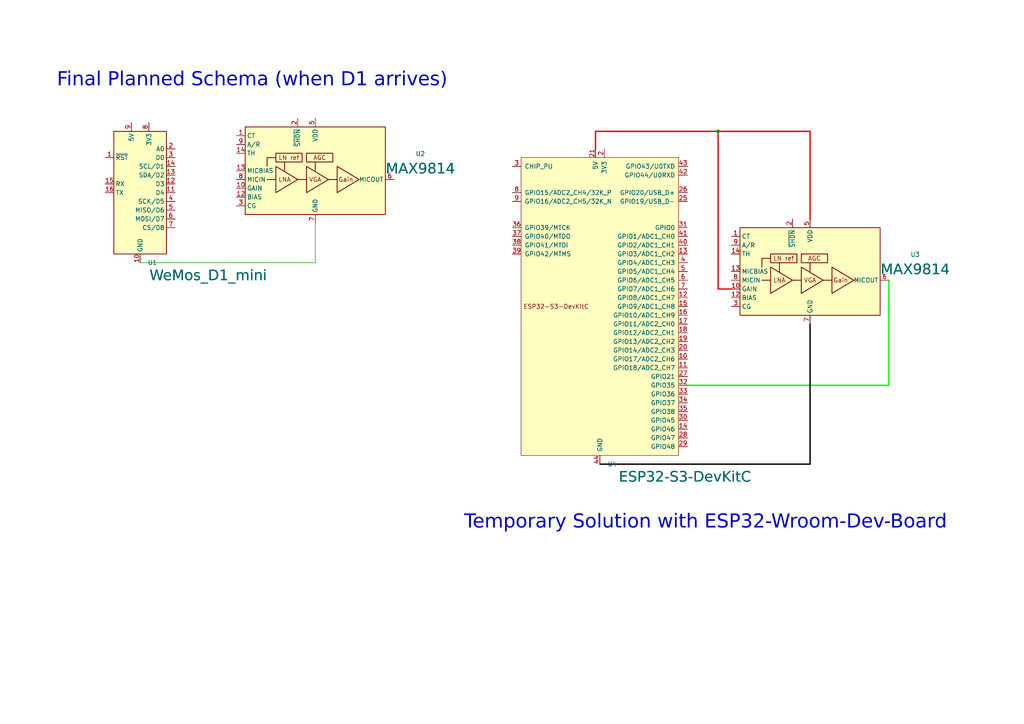
<source format=kicad_sch>
(kicad_sch (version 20230121) (generator eeschema)
  (paper "A4")
  (title_block (title "Babysitter AWS IoT and ESP32 Project") (date "2023-12-02") (rev "v1") (company "Nariman Huseynov"))
  (lib_symbols
    (symbol "Amplifier_Audio:MAX9814"
      (property "Reference" "U" (at -20.32 13.97 0))
      (property "Value" "MAX9814" (at 11.43 13.97 0))
      (symbol "MAX9814_0_0"
        (rectangle (start -11.43 5.08) (end -3.81 2.54) (stroke (width 0.254)))
        (rectangle (start -2.54 5.08) (end 5.08 2.54) (stroke (width 0.254)))
        (polyline (pts (xy -11.43 -2.54) (xy -13.97 -2.54)) (stroke (width 0.254)))
        (polyline (pts (xy -8.89 2.54) (xy -8.89 0)) (stroke (width 0.254)))
        (polyline (pts (xy -2.54 -2.54) (xy -5.08 -2.54)) (stroke (width 0.254)))
        (polyline (pts (xy 0 2.54) (xy 0 0)) (stroke (width 0.254)))
        (polyline (pts (xy 3.81 -2.54) (xy 6.35 -2.54)) (stroke (width 0.254)))
        (polyline (pts (xy -11.43 3.81) (xy -13.97 3.81) (xy -13.97 1.27)) (stroke (width 0.254)))
        (polyline (pts (xy -5.08 -2.54) (xy -11.43 1.27) (xy -11.43 -6.35) (xy -5.08 -2.54)) (stroke (width 0.254)))
        (polyline (pts (xy 3.81 -2.54) (xy -2.54 1.27) (xy -2.54 -6.35) (xy 3.81 -2.54)) (stroke (width 0.254)))
        (polyline (pts (xy 12.7 -2.54) (xy 6.35 1.27) (xy 6.35 -6.35) (xy 12.7 -2.54)) (stroke (width 0.254)))
        (text "AGC" (at 1.27 3.81 0) (effects (font (size 1.27 1.27))))
        (text "Gain" (at 8.89 -2.54 0) (effects (font (size 1.27 1.27))))
        (text "LN ref" (at -7.62 3.81 0) (effects (font (size 1.27 1.27))))
        (text "LNA" (at -8.89 -2.54 0) (effects (font (size 1.27 1.27))))
        (text "VGA" (at 0 -2.54 0) (effects (font (size 1.27 1.27))))
      )
      (symbol "MAX9814_0_1"
        (rectangle (start -20.32 12.7) (end 20.32 -12.7) (stroke (width 0.254)) (fill (type background)))
      )
      (symbol "MAX9814_1_1"
        (pin input line (at -22.86 10.16 0) (length 2.54) (name "CT") (number "1"))
        (pin input line (at -22.86 -5.08 0) (length 2.54) (name "GAIN") (number "10"))
        (pin passive line (at 0 -15.24 90) (length 2.54) hide (name "GND") (number "11"))
        (pin passive line (at -22.86 -7.62 0) (length 2.54) (name "BIAS") (number "12"))
        (pin output line (at -22.86 0 0) (length 2.54) (name "MICBIAS") (number "13"))
        (pin input line (at -22.86 5.08 0) (length 2.54) (name "TH") (number "14"))
        (pin passive line (at 0 -15.24 90) (length 2.54) hide (name "GND") (number "15"))
        (pin input line (at -5.08 15.24 270) (length 2.54) (name "~{SHDN}") (number "2"))
        (pin passive line (at -22.86 -10.16 0) (length 2.54) (name "CG") (number "3"))
        (pin passive line (at 0 -15.24 90) (length 2.54) hide (name "GND") (number "4"))
        (pin power_in line (at 0 15.24 270) (length 2.54) (name "VDD") (number "5"))
        (pin output line (at 22.86 -2.54 180) (length 2.54) (name "MICOUT") (number "6"))
        (pin power_in line (at 0 -15.24 90) (length 2.54) (name "GND") (number "7"))
        (pin input line (at -22.86 -2.54 0) (length 2.54) (name "MICIN") (number "8"))
        (pin input line (at -22.86 7.62 0) (length 2.54) (name "A/R") (number "9"))
      )
    )
    (symbol "MCU_Module:WeMos_D1_mini"
      (property "Reference" "U" (at 3.81 19.05 0))
      (property "Value" "WeMos_D1_mini" (at 1.27 -19.05 0))
      (symbol "WeMos_D1_mini_1_1"
        (rectangle (start -7.62 17.78) (end 7.62 -17.78) (stroke (width 0.254)) (fill (type background)))
        (pin input line (at -10.16 10.16 0) (length 2.54) (name "~{RST}") (number "1"))
        (pin power_in line (at 0 -20.32 90) (length 2.54) (name "GND") (number "10"))
        (pin bidirectional line (at 10.16 0 180) (length 2.54) (name "D4") (number "11"))
        (pin bidirectional line (at 10.16 2.54 180) (length 2.54) (name "D3") (number "12"))
        (pin bidirectional line (at 10.16 5.08 180) (length 2.54) (name "SDA/D2") (number "13"))
        (pin bidirectional line (at 10.16 7.62 180) (length 2.54) (name "SCL/D1") (number "14"))
        (pin input line (at -10.16 2.54 0) (length 2.54) (name "RX") (number "15"))
        (pin output line (at -10.16 0 0) (length 2.54) (name "TX") (number "16"))
        (pin input line (at 10.16 12.7 180) (length 2.54) (name "A0") (number "2"))
        (pin bidirectional line (at 10.16 10.16 180) (length 2.54) (name "D0") (number "3"))
        (pin bidirectional line (at 10.16 -2.54 180) (length 2.54) (name "SCK/D5") (number "4"))
        (pin bidirectional line (at 10.16 -5.08 180) (length 2.54) (name "MISO/D6") (number "5"))
        (pin bidirectional line (at 10.16 -7.62 180) (length 2.54) (name "MOSI/D7") (number "6"))
        (pin bidirectional line (at 10.16 -10.16 180) (length 2.54) (name "CS/D8") (number "7"))
        (pin power_out line (at 2.54 20.32 270) (length 2.54) (name "3V3") (number "8"))
        (pin power_in line (at -2.54 20.32 270) (length 2.54) (name "5V") (number "9"))
      )
    )
    (symbol "PCM_Espressif:ESP32-S3-DevKitC" (pin_names (offset 1.016))
      (property "Reference" "U" (at -22.86 48.26 0))
      (property "Value" "ESP32-S3-DevKitC" (at -22.86 45.72 0))
      (symbol "ESP32-S3-DevKitC_0_0"
        (text "ESP32-S3-DevKitC" (at -12.7 0 0) (effects (font (size 1.27 1.27))))
        (pin bidirectional line (at 25.4 -35.56 180) (length 2.54) (name "GPIO46") (number "14"))
        (pin bidirectional line (at 25.4 -10.16 180) (length 2.54) (name "GPIO13/ADC2_CH2") (number "19"))
        (pin bidirectional line (at -25.4 15.24 0) (length 2.54) (name "GPIO42/MTMS") (number "39"))
        (pin bidirectional line (at 25.4 17.78 180) (length 2.54) (name "GPIO2/ADC1_CH1") (number "40"))
        (pin bidirectional line (at 25.4 20.32 180) (length 2.54) (name "GPIO1/ADC1_CH0") (number "41"))
        (pin bidirectional line (at 25.4 38.1 180) (length 2.54) (name "GPIO44/U0RXD") (number "42"))
        (pin bidirectional line (at 25.4 40.64 180) (length 2.54) (name "GPIO43/U0TXD") (number "43"))
        (pin power_in line (at 0 -45.72 90) (length 2.54) (name "GND") (number "44"))
      )
      (symbol "ESP32-S3-DevKitC_0_1"
        (rectangle (start -22.86 43.18) (end 22.86 -43.18) (fill (type background)))
        (pin power_in line (at 1.27 45.72 270) (length 2.54) (name "3V3") (number "2"))
      )
      (symbol "ESP32-S3-DevKitC_1_1"
        (pin passive line (at 1.27 45.72 270) (length 2.54) hide (name "3V3") (number "1"))
        (pin bidirectional line (at 25.4 -15.24 180) (length 2.54) (name "GPIO17/ADC2_CH6") (number "10"))
        (pin bidirectional line (at 25.4 -17.78 180) (length 2.54) (name "GPIO18/ADC2_CH7") (number "11"))
        (pin bidirectional line (at 25.4 2.54 180) (length 2.54) (name "GPIO8/ADC1_CH7") (number "12"))
        (pin bidirectional line (at 25.4 15.24 180) (length 2.54) (name "GPIO3/ADC1_CH2") (number "13"))
        (pin bidirectional line (at 25.4 0 180) (length 2.54) (name "GPIO9/ADC1_CH8") (number "15"))
        (pin bidirectional line (at 25.4 -2.54 180) (length 2.54) (name "GPIO10/ADC1_CH9") (number "16"))
        (pin bidirectional line (at 25.4 -5.08 180) (length 2.54) (name "GPIO11/ADC2_CH0") (number "17"))
        (pin bidirectional line (at 25.4 -7.62 180) (length 2.54) (name "GPIO12/ADC2_CH1") (number "18"))
        (pin bidirectional line (at 25.4 -12.7 180) (length 2.54) (name "GPIO14/ADC2_CH3") (number "20"))
        (pin power_in line (at -1.27 45.72 270) (length 2.54) (name "5V") (number "21"))
        (pin passive line (at 0 -45.72 90) (length 2.54) hide (name "GND") (number "22"))
        (pin passive line (at 0 -45.72 90) (length 2.54) hide (name "GND") (number "23"))
        (pin passive line (at 0 -45.72 90) (length 2.54) hide (name "GND") (number "24"))
        (pin bidirectional line (at 25.4 30.48 180) (length 2.54) (name "GPIO19/USB_D-") (number "25"))
        (pin bidirectional line (at 25.4 33.02 180) (length 2.54) (name "GPIO20/USB_D+") (number "26"))
        (pin bidirectional line (at 25.4 -20.32 180) (length 2.54) (name "GPIO21") (number "27"))
        (pin bidirectional line (at 25.4 -38.1 180) (length 2.54) (name "GPIO47") (number "28"))
        (pin bidirectional line (at 25.4 -40.64 180) (length 2.54) (name "GPIO48") (number "29"))
        (pin input line (at -25.4 40.64 0) (length 2.54) (name "CHIP_PU") (number "3"))
        (pin bidirectional line (at 25.4 -33.02 180) (length 2.54) (name "GPIO45") (number "30"))
        (pin bidirectional line (at 25.4 22.86 180) (length 2.54) (name "GPIO0") (number "31"))
        (pin bidirectional line (at 25.4 -22.86 180) (length 2.54) (name "GPIO35") (number "32"))
        (pin bidirectional line (at 25.4 -25.4 180) (length 2.54) (name "GPIO36") (number "33"))
        (pin bidirectional line (at 25.4 -27.94 180) (length 2.54) (name "GPIO37") (number "34"))
        (pin bidirectional line (at 25.4 -30.48 180) (length 2.54) (name "GPIO38") (number "35"))
        (pin bidirectional line (at -25.4 22.86 0) (length 2.54) (name "GPIO39/MTCK") (number "36"))
        (pin bidirectional line (at -25.4 20.32 0) (length 2.54) (name "GPIO40/MTDO") (number "37"))
        (pin bidirectional line (at -25.4 17.78 0) (length 2.54) (name "GPIO41/MTDI") (number "38"))
        (pin bidirectional line (at 25.4 12.7 180) (length 2.54) (name "GPIO4/ADC1_CH3") (number "4"))
        (pin bidirectional line (at 25.4 10.16 180) (length 2.54) (name "GPIO5/ADC1_CH4") (number "5"))
        (pin bidirectional line (at 25.4 7.62 180) (length 2.54) (name "GPIO6/ADC1_CH5") (number "6"))
        (pin bidirectional line (at 25.4 5.08 180) (length 2.54) (name "GPIO7/ADC1_CH6") (number "7"))
        (pin bidirectional line (at -25.4 33.02 0) (length 2.54) (name "GPIO15/ADC2_CH4/32K_P") (number "8"))
        (pin bidirectional line (at -25.4 30.48 0) (length 2.54) (name "GPIO16/ADC2_CH5/32K_N") (number "9"))
      )
    )
  )
  (junction (at 208.28 38.1))
  (wire (pts (xy 257.81 111.76) (xy 199.39 111.76)) (stroke (width 0.4) (color 0 255 0 1)))
  (wire (pts (xy 208.28 83.82) (xy 208.28 38.1)) (stroke (width 0.4) (color 255 0 0 1)))
  (wire (pts (xy 173.99 134.62) (xy 234.95 134.62)) (stroke (width 0.4) (color 0 0 0 1)))
  (wire (pts (xy 257.81 81.28) (xy 257.81 111.76)) (stroke (width 0.4) (color 0 255 0 1)))
  (wire (pts (xy 40.64 76.2) (xy 91.44 76.2)))
  (wire (pts (xy 91.44 76.2) (xy 91.44 64.77)))
  (wire (pts (xy 172.72 38.1) (xy 208.28 38.1)) (stroke (width 0.4) (color 255 0 0 1)))
  (wire (pts (xy 234.95 134.62) (xy 234.95 93.98)) (stroke (width 0.4) (color 0 0 0 1)))
  (wire (pts (xy 212.09 83.82) (xy 208.28 83.82)) (stroke (width 0.4) (color 255 0 0 1)))
  (wire (pts (xy 208.28 38.1) (xy 234.95 38.1)) (stroke (width 0.4) (color 255 0 0 1)))
  (wire (pts (xy 172.72 43.18) (xy 172.72 38.1)) (stroke (width 0.4) (color 255 0 0 1)))
  (wire (pts (xy 234.95 38.1) (xy 234.95 63.5)) (stroke (width 0.4) (color 255 0 0 1)))
  (text "Temporary Solution with ESP32-Wroom-Dev-Board" (at 134.62 154.94 0) (effects (font (size 4 4)) (justify left bottom)))
  (text "Final Planned Schema (when D1 arrives)\n" (at 16.51 26.67 0) (effects (font (size 4 4)) (justify left bottom)))
  (symbol (lib_id "PCM_Espressif:ESP32-S3-DevKitC") (at 173.99 88.9 0) (unit 1)
    (property "Reference" "U4" (at 176.1841 134.62 0) (effects (justify left)))
    (property "Value" "ESP32-S3-DevKitC" (at 176.1841 138.43 0) (effects (font (size 3 3)) (justify left)))
    (property "Footprint" "PCM_Espressif:ESP32-S3-DevKitC" (effects hide))
  )
  (symbol (lib_id "Amplifier_Audio:MAX9814") (at 234.95 78.74 0) (unit 1)
    (property "Reference" "U3" (at 265.43 73.8221 0))
    (property "Value" "MAX9814" (at 265.43 78.267 0) (effects (font (size 3 3))))
    (property "Footprint" "Package_DFN_QFN:DFN-14-1EP_3x3mm_P0.4mm_EP1.78x2.35mm" (effects hide))
    (property "Datasheet" "https://datasheets.maximintegrated.com/en/ds/MAX9814.pdf" (effects hide))
  )
  (symbol (lib_id "Amplifier_Audio:MAX9814") (at 91.44 49.53 0) (unit 1)
    (property "Reference" "U2" (at 121.92 44.6121 0))
    (property "Value" "MAX9814" (at 121.92 49.057 0) (effects (font (size 3 3))))
    (property "Footprint" "Package_DFN_QFN:DFN-14-1EP_3x3mm_P0.4mm_EP1.78x2.35mm" (effects hide))
    (property "Datasheet" "https://datasheets.maximintegrated.com/en/ds/MAX9814.pdf" (effects hide))
  )
  (symbol (lib_id "MCU_Module:WeMos_D1_mini") (at 40.64 55.88 0) (unit 1)
    (property "Reference" "U1" (at 42.8341 76.2 0) (effects (justify left)))
    (property "Value" "WeMos_D1_mini" (at 42.8341 80.01 0) (effects (font (size 3 3)) (justify left)))
    (property "Footprint" "Module:WEMOS_D1_mini_light" (effects hide))
    (property "Datasheet" "https://wiki.wemos.cc/products:d1:d1_mini#documentation" (effects hide))
  )
)
</source>
